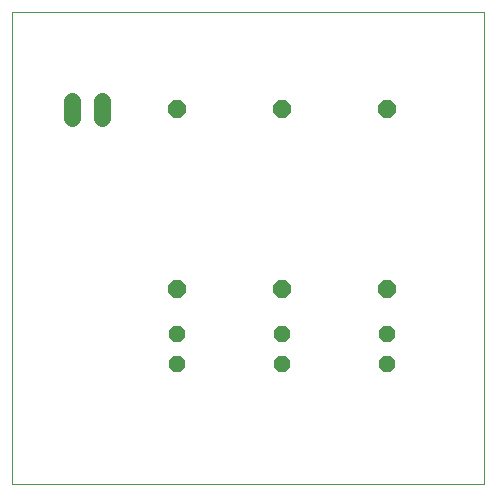
<source format=gtl>
G75*
%MOIN*%
%OFA0B0*%
%FSLAX25Y25*%
%IPPOS*%
%LPD*%
%AMOC8*
5,1,8,0,0,1.08239X$1,22.5*
%
%ADD10C,0.00000*%
%ADD11C,0.05600*%
%ADD12OC8,0.06000*%
%ADD13OC8,0.05200*%
D10*
X0003500Y0003500D02*
X0003500Y0160980D01*
X0160980Y0160980D01*
X0160980Y0003500D01*
X0003500Y0003500D01*
D11*
X0023500Y0125700D02*
X0023500Y0131300D01*
X0033500Y0131300D02*
X0033500Y0125700D01*
D12*
X0058500Y0128500D03*
X0093500Y0128500D03*
X0128500Y0128500D03*
X0128500Y0068500D03*
X0093500Y0068500D03*
X0058500Y0068500D03*
D13*
X0058500Y0053500D03*
X0058500Y0043500D03*
X0093500Y0043500D03*
X0093500Y0053500D03*
X0128500Y0053500D03*
X0128500Y0043500D03*
M02*

</source>
